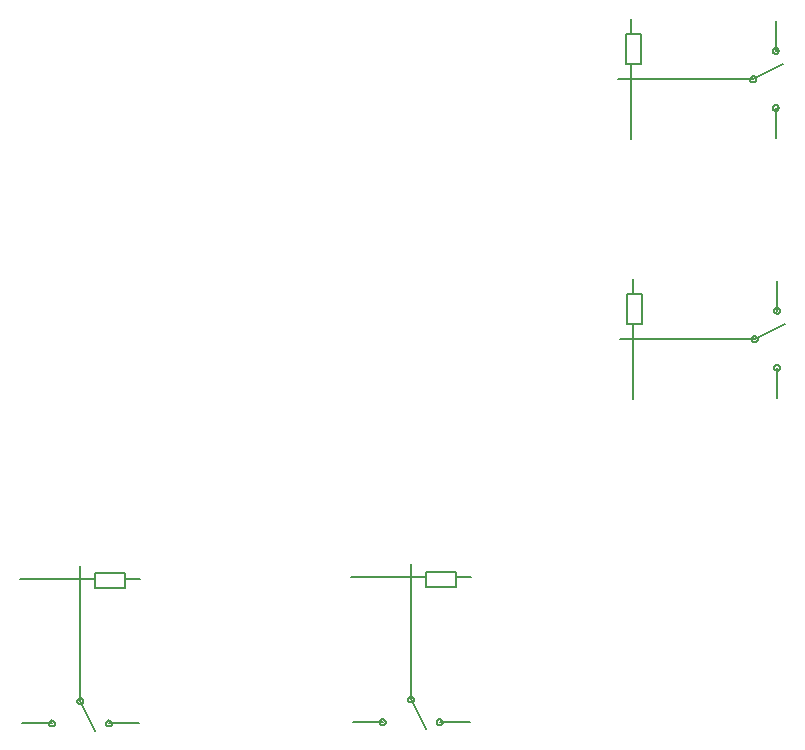
<source format=gbr>
G04 EAGLE Gerber RS-274X export*
G75*
%MOMM*%
%FSLAX34Y34*%
%LPD*%
%INSilkscreen Bottom*%
%IPPOS*%
%AMOC8*
5,1,8,0,0,1.08239X$1,22.5*%
G01*
%ADD10C,0.203200*%


D10*
X916860Y625700D02*
X916862Y625800D01*
X916868Y625901D01*
X916878Y626000D01*
X916892Y626100D01*
X916909Y626199D01*
X916931Y626297D01*
X916957Y626394D01*
X916986Y626490D01*
X917019Y626584D01*
X917056Y626678D01*
X917096Y626770D01*
X917140Y626860D01*
X917188Y626948D01*
X917239Y627035D01*
X917293Y627119D01*
X917351Y627201D01*
X917412Y627281D01*
X917476Y627358D01*
X917543Y627433D01*
X917613Y627505D01*
X917686Y627574D01*
X917761Y627640D01*
X917839Y627704D01*
X917919Y627764D01*
X918002Y627821D01*
X918087Y627874D01*
X918174Y627924D01*
X918263Y627971D01*
X918353Y628014D01*
X918445Y628054D01*
X918539Y628090D01*
X918634Y628122D01*
X918730Y628150D01*
X918828Y628175D01*
X918926Y628195D01*
X919025Y628212D01*
X919125Y628225D01*
X919224Y628234D01*
X919325Y628239D01*
X919425Y628240D01*
X919525Y628237D01*
X919626Y628230D01*
X919725Y628219D01*
X919825Y628204D01*
X919923Y628186D01*
X920021Y628163D01*
X920118Y628136D01*
X920213Y628106D01*
X920308Y628072D01*
X920401Y628034D01*
X920492Y627993D01*
X920582Y627948D01*
X920670Y627900D01*
X920756Y627848D01*
X920840Y627793D01*
X920921Y627734D01*
X921000Y627672D01*
X921077Y627608D01*
X921151Y627540D01*
X921222Y627469D01*
X921291Y627396D01*
X921356Y627320D01*
X921419Y627241D01*
X921478Y627160D01*
X921534Y627077D01*
X921587Y626992D01*
X921636Y626904D01*
X921682Y626815D01*
X921724Y626724D01*
X921763Y626631D01*
X921798Y626537D01*
X921829Y626442D01*
X921857Y626345D01*
X921880Y626248D01*
X921900Y626149D01*
X921916Y626050D01*
X921928Y625951D01*
X921936Y625850D01*
X921940Y625750D01*
X921940Y625650D01*
X921936Y625550D01*
X921928Y625449D01*
X921916Y625350D01*
X921900Y625251D01*
X921880Y625152D01*
X921857Y625055D01*
X921829Y624958D01*
X921798Y624863D01*
X921763Y624769D01*
X921724Y624676D01*
X921682Y624585D01*
X921636Y624496D01*
X921587Y624408D01*
X921534Y624323D01*
X921478Y624240D01*
X921419Y624159D01*
X921356Y624080D01*
X921291Y624004D01*
X921222Y623931D01*
X921151Y623860D01*
X921077Y623792D01*
X921000Y623728D01*
X920921Y623666D01*
X920840Y623607D01*
X920756Y623552D01*
X920670Y623500D01*
X920582Y623452D01*
X920492Y623407D01*
X920401Y623366D01*
X920308Y623328D01*
X920213Y623294D01*
X920118Y623264D01*
X920021Y623237D01*
X919923Y623214D01*
X919825Y623196D01*
X919725Y623181D01*
X919626Y623170D01*
X919525Y623163D01*
X919425Y623160D01*
X919325Y623161D01*
X919224Y623166D01*
X919125Y623175D01*
X919025Y623188D01*
X918926Y623205D01*
X918828Y623225D01*
X918730Y623250D01*
X918634Y623278D01*
X918539Y623310D01*
X918445Y623346D01*
X918353Y623386D01*
X918263Y623429D01*
X918174Y623476D01*
X918087Y623526D01*
X918002Y623579D01*
X917919Y623636D01*
X917839Y623696D01*
X917761Y623760D01*
X917686Y623826D01*
X917613Y623895D01*
X917543Y623967D01*
X917476Y624042D01*
X917412Y624119D01*
X917351Y624199D01*
X917293Y624281D01*
X917239Y624365D01*
X917188Y624452D01*
X917140Y624540D01*
X917096Y624630D01*
X917056Y624722D01*
X917019Y624816D01*
X916986Y624910D01*
X916957Y625006D01*
X916931Y625103D01*
X916909Y625201D01*
X916892Y625300D01*
X916878Y625400D01*
X916868Y625499D01*
X916862Y625600D01*
X916860Y625700D01*
X935910Y601570D02*
X935912Y601670D01*
X935918Y601771D01*
X935928Y601870D01*
X935942Y601970D01*
X935959Y602069D01*
X935981Y602167D01*
X936007Y602264D01*
X936036Y602360D01*
X936069Y602454D01*
X936106Y602548D01*
X936146Y602640D01*
X936190Y602730D01*
X936238Y602818D01*
X936289Y602905D01*
X936343Y602989D01*
X936401Y603071D01*
X936462Y603151D01*
X936526Y603228D01*
X936593Y603303D01*
X936663Y603375D01*
X936736Y603444D01*
X936811Y603510D01*
X936889Y603574D01*
X936969Y603634D01*
X937052Y603691D01*
X937137Y603744D01*
X937224Y603794D01*
X937313Y603841D01*
X937403Y603884D01*
X937495Y603924D01*
X937589Y603960D01*
X937684Y603992D01*
X937780Y604020D01*
X937878Y604045D01*
X937976Y604065D01*
X938075Y604082D01*
X938175Y604095D01*
X938274Y604104D01*
X938375Y604109D01*
X938475Y604110D01*
X938575Y604107D01*
X938676Y604100D01*
X938775Y604089D01*
X938875Y604074D01*
X938973Y604056D01*
X939071Y604033D01*
X939168Y604006D01*
X939263Y603976D01*
X939358Y603942D01*
X939451Y603904D01*
X939542Y603863D01*
X939632Y603818D01*
X939720Y603770D01*
X939806Y603718D01*
X939890Y603663D01*
X939971Y603604D01*
X940050Y603542D01*
X940127Y603478D01*
X940201Y603410D01*
X940272Y603339D01*
X940341Y603266D01*
X940406Y603190D01*
X940469Y603111D01*
X940528Y603030D01*
X940584Y602947D01*
X940637Y602862D01*
X940686Y602774D01*
X940732Y602685D01*
X940774Y602594D01*
X940813Y602501D01*
X940848Y602407D01*
X940879Y602312D01*
X940907Y602215D01*
X940930Y602118D01*
X940950Y602019D01*
X940966Y601920D01*
X940978Y601821D01*
X940986Y601720D01*
X940990Y601620D01*
X940990Y601520D01*
X940986Y601420D01*
X940978Y601319D01*
X940966Y601220D01*
X940950Y601121D01*
X940930Y601022D01*
X940907Y600925D01*
X940879Y600828D01*
X940848Y600733D01*
X940813Y600639D01*
X940774Y600546D01*
X940732Y600455D01*
X940686Y600366D01*
X940637Y600278D01*
X940584Y600193D01*
X940528Y600110D01*
X940469Y600029D01*
X940406Y599950D01*
X940341Y599874D01*
X940272Y599801D01*
X940201Y599730D01*
X940127Y599662D01*
X940050Y599598D01*
X939971Y599536D01*
X939890Y599477D01*
X939806Y599422D01*
X939720Y599370D01*
X939632Y599322D01*
X939542Y599277D01*
X939451Y599236D01*
X939358Y599198D01*
X939263Y599164D01*
X939168Y599134D01*
X939071Y599107D01*
X938973Y599084D01*
X938875Y599066D01*
X938775Y599051D01*
X938676Y599040D01*
X938575Y599033D01*
X938475Y599030D01*
X938375Y599031D01*
X938274Y599036D01*
X938175Y599045D01*
X938075Y599058D01*
X937976Y599075D01*
X937878Y599095D01*
X937780Y599120D01*
X937684Y599148D01*
X937589Y599180D01*
X937495Y599216D01*
X937403Y599256D01*
X937313Y599299D01*
X937224Y599346D01*
X937137Y599396D01*
X937052Y599449D01*
X936969Y599506D01*
X936889Y599566D01*
X936811Y599630D01*
X936736Y599696D01*
X936663Y599765D01*
X936593Y599837D01*
X936526Y599912D01*
X936462Y599989D01*
X936401Y600069D01*
X936343Y600151D01*
X936289Y600235D01*
X936238Y600322D01*
X936190Y600410D01*
X936146Y600500D01*
X936106Y600592D01*
X936069Y600686D01*
X936036Y600780D01*
X936007Y600876D01*
X935981Y600973D01*
X935959Y601071D01*
X935942Y601170D01*
X935928Y601270D01*
X935918Y601369D01*
X935912Y601470D01*
X935910Y601570D01*
X935910Y649830D02*
X935912Y649930D01*
X935918Y650031D01*
X935928Y650130D01*
X935942Y650230D01*
X935959Y650329D01*
X935981Y650427D01*
X936007Y650524D01*
X936036Y650620D01*
X936069Y650714D01*
X936106Y650808D01*
X936146Y650900D01*
X936190Y650990D01*
X936238Y651078D01*
X936289Y651165D01*
X936343Y651249D01*
X936401Y651331D01*
X936462Y651411D01*
X936526Y651488D01*
X936593Y651563D01*
X936663Y651635D01*
X936736Y651704D01*
X936811Y651770D01*
X936889Y651834D01*
X936969Y651894D01*
X937052Y651951D01*
X937137Y652004D01*
X937224Y652054D01*
X937313Y652101D01*
X937403Y652144D01*
X937495Y652184D01*
X937589Y652220D01*
X937684Y652252D01*
X937780Y652280D01*
X937878Y652305D01*
X937976Y652325D01*
X938075Y652342D01*
X938175Y652355D01*
X938274Y652364D01*
X938375Y652369D01*
X938475Y652370D01*
X938575Y652367D01*
X938676Y652360D01*
X938775Y652349D01*
X938875Y652334D01*
X938973Y652316D01*
X939071Y652293D01*
X939168Y652266D01*
X939263Y652236D01*
X939358Y652202D01*
X939451Y652164D01*
X939542Y652123D01*
X939632Y652078D01*
X939720Y652030D01*
X939806Y651978D01*
X939890Y651923D01*
X939971Y651864D01*
X940050Y651802D01*
X940127Y651738D01*
X940201Y651670D01*
X940272Y651599D01*
X940341Y651526D01*
X940406Y651450D01*
X940469Y651371D01*
X940528Y651290D01*
X940584Y651207D01*
X940637Y651122D01*
X940686Y651034D01*
X940732Y650945D01*
X940774Y650854D01*
X940813Y650761D01*
X940848Y650667D01*
X940879Y650572D01*
X940907Y650475D01*
X940930Y650378D01*
X940950Y650279D01*
X940966Y650180D01*
X940978Y650081D01*
X940986Y649980D01*
X940990Y649880D01*
X940990Y649780D01*
X940986Y649680D01*
X940978Y649579D01*
X940966Y649480D01*
X940950Y649381D01*
X940930Y649282D01*
X940907Y649185D01*
X940879Y649088D01*
X940848Y648993D01*
X940813Y648899D01*
X940774Y648806D01*
X940732Y648715D01*
X940686Y648626D01*
X940637Y648538D01*
X940584Y648453D01*
X940528Y648370D01*
X940469Y648289D01*
X940406Y648210D01*
X940341Y648134D01*
X940272Y648061D01*
X940201Y647990D01*
X940127Y647922D01*
X940050Y647858D01*
X939971Y647796D01*
X939890Y647737D01*
X939806Y647682D01*
X939720Y647630D01*
X939632Y647582D01*
X939542Y647537D01*
X939451Y647496D01*
X939358Y647458D01*
X939263Y647424D01*
X939168Y647394D01*
X939071Y647367D01*
X938973Y647344D01*
X938875Y647326D01*
X938775Y647311D01*
X938676Y647300D01*
X938575Y647293D01*
X938475Y647290D01*
X938375Y647291D01*
X938274Y647296D01*
X938175Y647305D01*
X938075Y647318D01*
X937976Y647335D01*
X937878Y647355D01*
X937780Y647380D01*
X937684Y647408D01*
X937589Y647440D01*
X937495Y647476D01*
X937403Y647516D01*
X937313Y647559D01*
X937224Y647606D01*
X937137Y647656D01*
X937052Y647709D01*
X936969Y647766D01*
X936889Y647826D01*
X936811Y647890D01*
X936736Y647956D01*
X936663Y648025D01*
X936593Y648097D01*
X936526Y648172D01*
X936462Y648249D01*
X936401Y648329D01*
X936343Y648411D01*
X936289Y648495D01*
X936238Y648582D01*
X936190Y648670D01*
X936146Y648760D01*
X936106Y648852D01*
X936069Y648946D01*
X936036Y649040D01*
X936007Y649136D01*
X935981Y649233D01*
X935959Y649331D01*
X935942Y649430D01*
X935928Y649530D01*
X935918Y649629D01*
X935912Y649730D01*
X935910Y649830D01*
X919400Y625700D02*
X805100Y625700D01*
X938450Y601570D02*
X938450Y576170D01*
X938450Y649830D02*
X938450Y675230D01*
X944800Y638400D02*
X919400Y625700D01*
X816100Y638400D02*
X816100Y574900D01*
X816100Y663800D02*
X816100Y676500D01*
X824150Y663800D02*
X824150Y638400D01*
X824150Y663800D02*
X811450Y663800D01*
X811450Y638400D01*
X824150Y638400D01*
X918160Y405700D02*
X918162Y405800D01*
X918168Y405901D01*
X918178Y406000D01*
X918192Y406100D01*
X918209Y406199D01*
X918231Y406297D01*
X918257Y406394D01*
X918286Y406490D01*
X918319Y406584D01*
X918356Y406678D01*
X918396Y406770D01*
X918440Y406860D01*
X918488Y406948D01*
X918539Y407035D01*
X918593Y407119D01*
X918651Y407201D01*
X918712Y407281D01*
X918776Y407358D01*
X918843Y407433D01*
X918913Y407505D01*
X918986Y407574D01*
X919061Y407640D01*
X919139Y407704D01*
X919219Y407764D01*
X919302Y407821D01*
X919387Y407874D01*
X919474Y407924D01*
X919563Y407971D01*
X919653Y408014D01*
X919745Y408054D01*
X919839Y408090D01*
X919934Y408122D01*
X920030Y408150D01*
X920128Y408175D01*
X920226Y408195D01*
X920325Y408212D01*
X920425Y408225D01*
X920524Y408234D01*
X920625Y408239D01*
X920725Y408240D01*
X920825Y408237D01*
X920926Y408230D01*
X921025Y408219D01*
X921125Y408204D01*
X921223Y408186D01*
X921321Y408163D01*
X921418Y408136D01*
X921513Y408106D01*
X921608Y408072D01*
X921701Y408034D01*
X921792Y407993D01*
X921882Y407948D01*
X921970Y407900D01*
X922056Y407848D01*
X922140Y407793D01*
X922221Y407734D01*
X922300Y407672D01*
X922377Y407608D01*
X922451Y407540D01*
X922522Y407469D01*
X922591Y407396D01*
X922656Y407320D01*
X922719Y407241D01*
X922778Y407160D01*
X922834Y407077D01*
X922887Y406992D01*
X922936Y406904D01*
X922982Y406815D01*
X923024Y406724D01*
X923063Y406631D01*
X923098Y406537D01*
X923129Y406442D01*
X923157Y406345D01*
X923180Y406248D01*
X923200Y406149D01*
X923216Y406050D01*
X923228Y405951D01*
X923236Y405850D01*
X923240Y405750D01*
X923240Y405650D01*
X923236Y405550D01*
X923228Y405449D01*
X923216Y405350D01*
X923200Y405251D01*
X923180Y405152D01*
X923157Y405055D01*
X923129Y404958D01*
X923098Y404863D01*
X923063Y404769D01*
X923024Y404676D01*
X922982Y404585D01*
X922936Y404496D01*
X922887Y404408D01*
X922834Y404323D01*
X922778Y404240D01*
X922719Y404159D01*
X922656Y404080D01*
X922591Y404004D01*
X922522Y403931D01*
X922451Y403860D01*
X922377Y403792D01*
X922300Y403728D01*
X922221Y403666D01*
X922140Y403607D01*
X922056Y403552D01*
X921970Y403500D01*
X921882Y403452D01*
X921792Y403407D01*
X921701Y403366D01*
X921608Y403328D01*
X921513Y403294D01*
X921418Y403264D01*
X921321Y403237D01*
X921223Y403214D01*
X921125Y403196D01*
X921025Y403181D01*
X920926Y403170D01*
X920825Y403163D01*
X920725Y403160D01*
X920625Y403161D01*
X920524Y403166D01*
X920425Y403175D01*
X920325Y403188D01*
X920226Y403205D01*
X920128Y403225D01*
X920030Y403250D01*
X919934Y403278D01*
X919839Y403310D01*
X919745Y403346D01*
X919653Y403386D01*
X919563Y403429D01*
X919474Y403476D01*
X919387Y403526D01*
X919302Y403579D01*
X919219Y403636D01*
X919139Y403696D01*
X919061Y403760D01*
X918986Y403826D01*
X918913Y403895D01*
X918843Y403967D01*
X918776Y404042D01*
X918712Y404119D01*
X918651Y404199D01*
X918593Y404281D01*
X918539Y404365D01*
X918488Y404452D01*
X918440Y404540D01*
X918396Y404630D01*
X918356Y404722D01*
X918319Y404816D01*
X918286Y404910D01*
X918257Y405006D01*
X918231Y405103D01*
X918209Y405201D01*
X918192Y405300D01*
X918178Y405400D01*
X918168Y405499D01*
X918162Y405600D01*
X918160Y405700D01*
X937210Y381570D02*
X937212Y381670D01*
X937218Y381771D01*
X937228Y381870D01*
X937242Y381970D01*
X937259Y382069D01*
X937281Y382167D01*
X937307Y382264D01*
X937336Y382360D01*
X937369Y382454D01*
X937406Y382548D01*
X937446Y382640D01*
X937490Y382730D01*
X937538Y382818D01*
X937589Y382905D01*
X937643Y382989D01*
X937701Y383071D01*
X937762Y383151D01*
X937826Y383228D01*
X937893Y383303D01*
X937963Y383375D01*
X938036Y383444D01*
X938111Y383510D01*
X938189Y383574D01*
X938269Y383634D01*
X938352Y383691D01*
X938437Y383744D01*
X938524Y383794D01*
X938613Y383841D01*
X938703Y383884D01*
X938795Y383924D01*
X938889Y383960D01*
X938984Y383992D01*
X939080Y384020D01*
X939178Y384045D01*
X939276Y384065D01*
X939375Y384082D01*
X939475Y384095D01*
X939574Y384104D01*
X939675Y384109D01*
X939775Y384110D01*
X939875Y384107D01*
X939976Y384100D01*
X940075Y384089D01*
X940175Y384074D01*
X940273Y384056D01*
X940371Y384033D01*
X940468Y384006D01*
X940563Y383976D01*
X940658Y383942D01*
X940751Y383904D01*
X940842Y383863D01*
X940932Y383818D01*
X941020Y383770D01*
X941106Y383718D01*
X941190Y383663D01*
X941271Y383604D01*
X941350Y383542D01*
X941427Y383478D01*
X941501Y383410D01*
X941572Y383339D01*
X941641Y383266D01*
X941706Y383190D01*
X941769Y383111D01*
X941828Y383030D01*
X941884Y382947D01*
X941937Y382862D01*
X941986Y382774D01*
X942032Y382685D01*
X942074Y382594D01*
X942113Y382501D01*
X942148Y382407D01*
X942179Y382312D01*
X942207Y382215D01*
X942230Y382118D01*
X942250Y382019D01*
X942266Y381920D01*
X942278Y381821D01*
X942286Y381720D01*
X942290Y381620D01*
X942290Y381520D01*
X942286Y381420D01*
X942278Y381319D01*
X942266Y381220D01*
X942250Y381121D01*
X942230Y381022D01*
X942207Y380925D01*
X942179Y380828D01*
X942148Y380733D01*
X942113Y380639D01*
X942074Y380546D01*
X942032Y380455D01*
X941986Y380366D01*
X941937Y380278D01*
X941884Y380193D01*
X941828Y380110D01*
X941769Y380029D01*
X941706Y379950D01*
X941641Y379874D01*
X941572Y379801D01*
X941501Y379730D01*
X941427Y379662D01*
X941350Y379598D01*
X941271Y379536D01*
X941190Y379477D01*
X941106Y379422D01*
X941020Y379370D01*
X940932Y379322D01*
X940842Y379277D01*
X940751Y379236D01*
X940658Y379198D01*
X940563Y379164D01*
X940468Y379134D01*
X940371Y379107D01*
X940273Y379084D01*
X940175Y379066D01*
X940075Y379051D01*
X939976Y379040D01*
X939875Y379033D01*
X939775Y379030D01*
X939675Y379031D01*
X939574Y379036D01*
X939475Y379045D01*
X939375Y379058D01*
X939276Y379075D01*
X939178Y379095D01*
X939080Y379120D01*
X938984Y379148D01*
X938889Y379180D01*
X938795Y379216D01*
X938703Y379256D01*
X938613Y379299D01*
X938524Y379346D01*
X938437Y379396D01*
X938352Y379449D01*
X938269Y379506D01*
X938189Y379566D01*
X938111Y379630D01*
X938036Y379696D01*
X937963Y379765D01*
X937893Y379837D01*
X937826Y379912D01*
X937762Y379989D01*
X937701Y380069D01*
X937643Y380151D01*
X937589Y380235D01*
X937538Y380322D01*
X937490Y380410D01*
X937446Y380500D01*
X937406Y380592D01*
X937369Y380686D01*
X937336Y380780D01*
X937307Y380876D01*
X937281Y380973D01*
X937259Y381071D01*
X937242Y381170D01*
X937228Y381270D01*
X937218Y381369D01*
X937212Y381470D01*
X937210Y381570D01*
X937210Y429830D02*
X937212Y429930D01*
X937218Y430031D01*
X937228Y430130D01*
X937242Y430230D01*
X937259Y430329D01*
X937281Y430427D01*
X937307Y430524D01*
X937336Y430620D01*
X937369Y430714D01*
X937406Y430808D01*
X937446Y430900D01*
X937490Y430990D01*
X937538Y431078D01*
X937589Y431165D01*
X937643Y431249D01*
X937701Y431331D01*
X937762Y431411D01*
X937826Y431488D01*
X937893Y431563D01*
X937963Y431635D01*
X938036Y431704D01*
X938111Y431770D01*
X938189Y431834D01*
X938269Y431894D01*
X938352Y431951D01*
X938437Y432004D01*
X938524Y432054D01*
X938613Y432101D01*
X938703Y432144D01*
X938795Y432184D01*
X938889Y432220D01*
X938984Y432252D01*
X939080Y432280D01*
X939178Y432305D01*
X939276Y432325D01*
X939375Y432342D01*
X939475Y432355D01*
X939574Y432364D01*
X939675Y432369D01*
X939775Y432370D01*
X939875Y432367D01*
X939976Y432360D01*
X940075Y432349D01*
X940175Y432334D01*
X940273Y432316D01*
X940371Y432293D01*
X940468Y432266D01*
X940563Y432236D01*
X940658Y432202D01*
X940751Y432164D01*
X940842Y432123D01*
X940932Y432078D01*
X941020Y432030D01*
X941106Y431978D01*
X941190Y431923D01*
X941271Y431864D01*
X941350Y431802D01*
X941427Y431738D01*
X941501Y431670D01*
X941572Y431599D01*
X941641Y431526D01*
X941706Y431450D01*
X941769Y431371D01*
X941828Y431290D01*
X941884Y431207D01*
X941937Y431122D01*
X941986Y431034D01*
X942032Y430945D01*
X942074Y430854D01*
X942113Y430761D01*
X942148Y430667D01*
X942179Y430572D01*
X942207Y430475D01*
X942230Y430378D01*
X942250Y430279D01*
X942266Y430180D01*
X942278Y430081D01*
X942286Y429980D01*
X942290Y429880D01*
X942290Y429780D01*
X942286Y429680D01*
X942278Y429579D01*
X942266Y429480D01*
X942250Y429381D01*
X942230Y429282D01*
X942207Y429185D01*
X942179Y429088D01*
X942148Y428993D01*
X942113Y428899D01*
X942074Y428806D01*
X942032Y428715D01*
X941986Y428626D01*
X941937Y428538D01*
X941884Y428453D01*
X941828Y428370D01*
X941769Y428289D01*
X941706Y428210D01*
X941641Y428134D01*
X941572Y428061D01*
X941501Y427990D01*
X941427Y427922D01*
X941350Y427858D01*
X941271Y427796D01*
X941190Y427737D01*
X941106Y427682D01*
X941020Y427630D01*
X940932Y427582D01*
X940842Y427537D01*
X940751Y427496D01*
X940658Y427458D01*
X940563Y427424D01*
X940468Y427394D01*
X940371Y427367D01*
X940273Y427344D01*
X940175Y427326D01*
X940075Y427311D01*
X939976Y427300D01*
X939875Y427293D01*
X939775Y427290D01*
X939675Y427291D01*
X939574Y427296D01*
X939475Y427305D01*
X939375Y427318D01*
X939276Y427335D01*
X939178Y427355D01*
X939080Y427380D01*
X938984Y427408D01*
X938889Y427440D01*
X938795Y427476D01*
X938703Y427516D01*
X938613Y427559D01*
X938524Y427606D01*
X938437Y427656D01*
X938352Y427709D01*
X938269Y427766D01*
X938189Y427826D01*
X938111Y427890D01*
X938036Y427956D01*
X937963Y428025D01*
X937893Y428097D01*
X937826Y428172D01*
X937762Y428249D01*
X937701Y428329D01*
X937643Y428411D01*
X937589Y428495D01*
X937538Y428582D01*
X937490Y428670D01*
X937446Y428760D01*
X937406Y428852D01*
X937369Y428946D01*
X937336Y429040D01*
X937307Y429136D01*
X937281Y429233D01*
X937259Y429331D01*
X937242Y429430D01*
X937228Y429530D01*
X937218Y429629D01*
X937212Y429730D01*
X937210Y429830D01*
X920700Y405700D02*
X806400Y405700D01*
X939750Y381570D02*
X939750Y356170D01*
X939750Y429830D02*
X939750Y455230D01*
X946100Y418400D02*
X920700Y405700D01*
X817400Y418400D02*
X817400Y354900D01*
X817400Y443800D02*
X817400Y456500D01*
X825450Y443800D02*
X825450Y418400D01*
X825450Y443800D02*
X812750Y443800D01*
X812750Y418400D01*
X825450Y418400D01*
X627260Y100600D02*
X627262Y100700D01*
X627268Y100801D01*
X627278Y100900D01*
X627292Y101000D01*
X627309Y101099D01*
X627331Y101197D01*
X627357Y101294D01*
X627386Y101390D01*
X627419Y101484D01*
X627456Y101578D01*
X627496Y101670D01*
X627540Y101760D01*
X627588Y101848D01*
X627639Y101935D01*
X627693Y102019D01*
X627751Y102101D01*
X627812Y102181D01*
X627876Y102258D01*
X627943Y102333D01*
X628013Y102405D01*
X628086Y102474D01*
X628161Y102540D01*
X628239Y102604D01*
X628319Y102664D01*
X628402Y102721D01*
X628487Y102774D01*
X628574Y102824D01*
X628663Y102871D01*
X628753Y102914D01*
X628845Y102954D01*
X628939Y102990D01*
X629034Y103022D01*
X629130Y103050D01*
X629228Y103075D01*
X629326Y103095D01*
X629425Y103112D01*
X629525Y103125D01*
X629624Y103134D01*
X629725Y103139D01*
X629825Y103140D01*
X629925Y103137D01*
X630026Y103130D01*
X630125Y103119D01*
X630225Y103104D01*
X630323Y103086D01*
X630421Y103063D01*
X630518Y103036D01*
X630613Y103006D01*
X630708Y102972D01*
X630801Y102934D01*
X630892Y102893D01*
X630982Y102848D01*
X631070Y102800D01*
X631156Y102748D01*
X631240Y102693D01*
X631321Y102634D01*
X631400Y102572D01*
X631477Y102508D01*
X631551Y102440D01*
X631622Y102369D01*
X631691Y102296D01*
X631756Y102220D01*
X631819Y102141D01*
X631878Y102060D01*
X631934Y101977D01*
X631987Y101892D01*
X632036Y101804D01*
X632082Y101715D01*
X632124Y101624D01*
X632163Y101531D01*
X632198Y101437D01*
X632229Y101342D01*
X632257Y101245D01*
X632280Y101148D01*
X632300Y101049D01*
X632316Y100950D01*
X632328Y100851D01*
X632336Y100750D01*
X632340Y100650D01*
X632340Y100550D01*
X632336Y100450D01*
X632328Y100349D01*
X632316Y100250D01*
X632300Y100151D01*
X632280Y100052D01*
X632257Y99955D01*
X632229Y99858D01*
X632198Y99763D01*
X632163Y99669D01*
X632124Y99576D01*
X632082Y99485D01*
X632036Y99396D01*
X631987Y99308D01*
X631934Y99223D01*
X631878Y99140D01*
X631819Y99059D01*
X631756Y98980D01*
X631691Y98904D01*
X631622Y98831D01*
X631551Y98760D01*
X631477Y98692D01*
X631400Y98628D01*
X631321Y98566D01*
X631240Y98507D01*
X631156Y98452D01*
X631070Y98400D01*
X630982Y98352D01*
X630892Y98307D01*
X630801Y98266D01*
X630708Y98228D01*
X630613Y98194D01*
X630518Y98164D01*
X630421Y98137D01*
X630323Y98114D01*
X630225Y98096D01*
X630125Y98081D01*
X630026Y98070D01*
X629925Y98063D01*
X629825Y98060D01*
X629725Y98061D01*
X629624Y98066D01*
X629525Y98075D01*
X629425Y98088D01*
X629326Y98105D01*
X629228Y98125D01*
X629130Y98150D01*
X629034Y98178D01*
X628939Y98210D01*
X628845Y98246D01*
X628753Y98286D01*
X628663Y98329D01*
X628574Y98376D01*
X628487Y98426D01*
X628402Y98479D01*
X628319Y98536D01*
X628239Y98596D01*
X628161Y98660D01*
X628086Y98726D01*
X628013Y98795D01*
X627943Y98867D01*
X627876Y98942D01*
X627812Y99019D01*
X627751Y99099D01*
X627693Y99181D01*
X627639Y99265D01*
X627588Y99352D01*
X627540Y99440D01*
X627496Y99530D01*
X627456Y99622D01*
X627419Y99716D01*
X627386Y99810D01*
X627357Y99906D01*
X627331Y100003D01*
X627309Y100101D01*
X627292Y100200D01*
X627278Y100300D01*
X627268Y100399D01*
X627262Y100500D01*
X627260Y100600D01*
X603130Y81550D02*
X603132Y81650D01*
X603138Y81751D01*
X603148Y81850D01*
X603162Y81950D01*
X603179Y82049D01*
X603201Y82147D01*
X603227Y82244D01*
X603256Y82340D01*
X603289Y82434D01*
X603326Y82528D01*
X603366Y82620D01*
X603410Y82710D01*
X603458Y82798D01*
X603509Y82885D01*
X603563Y82969D01*
X603621Y83051D01*
X603682Y83131D01*
X603746Y83208D01*
X603813Y83283D01*
X603883Y83355D01*
X603956Y83424D01*
X604031Y83490D01*
X604109Y83554D01*
X604189Y83614D01*
X604272Y83671D01*
X604357Y83724D01*
X604444Y83774D01*
X604533Y83821D01*
X604623Y83864D01*
X604715Y83904D01*
X604809Y83940D01*
X604904Y83972D01*
X605000Y84000D01*
X605098Y84025D01*
X605196Y84045D01*
X605295Y84062D01*
X605395Y84075D01*
X605494Y84084D01*
X605595Y84089D01*
X605695Y84090D01*
X605795Y84087D01*
X605896Y84080D01*
X605995Y84069D01*
X606095Y84054D01*
X606193Y84036D01*
X606291Y84013D01*
X606388Y83986D01*
X606483Y83956D01*
X606578Y83922D01*
X606671Y83884D01*
X606762Y83843D01*
X606852Y83798D01*
X606940Y83750D01*
X607026Y83698D01*
X607110Y83643D01*
X607191Y83584D01*
X607270Y83522D01*
X607347Y83458D01*
X607421Y83390D01*
X607492Y83319D01*
X607561Y83246D01*
X607626Y83170D01*
X607689Y83091D01*
X607748Y83010D01*
X607804Y82927D01*
X607857Y82842D01*
X607906Y82754D01*
X607952Y82665D01*
X607994Y82574D01*
X608033Y82481D01*
X608068Y82387D01*
X608099Y82292D01*
X608127Y82195D01*
X608150Y82098D01*
X608170Y81999D01*
X608186Y81900D01*
X608198Y81801D01*
X608206Y81700D01*
X608210Y81600D01*
X608210Y81500D01*
X608206Y81400D01*
X608198Y81299D01*
X608186Y81200D01*
X608170Y81101D01*
X608150Y81002D01*
X608127Y80905D01*
X608099Y80808D01*
X608068Y80713D01*
X608033Y80619D01*
X607994Y80526D01*
X607952Y80435D01*
X607906Y80346D01*
X607857Y80258D01*
X607804Y80173D01*
X607748Y80090D01*
X607689Y80009D01*
X607626Y79930D01*
X607561Y79854D01*
X607492Y79781D01*
X607421Y79710D01*
X607347Y79642D01*
X607270Y79578D01*
X607191Y79516D01*
X607110Y79457D01*
X607026Y79402D01*
X606940Y79350D01*
X606852Y79302D01*
X606762Y79257D01*
X606671Y79216D01*
X606578Y79178D01*
X606483Y79144D01*
X606388Y79114D01*
X606291Y79087D01*
X606193Y79064D01*
X606095Y79046D01*
X605995Y79031D01*
X605896Y79020D01*
X605795Y79013D01*
X605695Y79010D01*
X605595Y79011D01*
X605494Y79016D01*
X605395Y79025D01*
X605295Y79038D01*
X605196Y79055D01*
X605098Y79075D01*
X605000Y79100D01*
X604904Y79128D01*
X604809Y79160D01*
X604715Y79196D01*
X604623Y79236D01*
X604533Y79279D01*
X604444Y79326D01*
X604357Y79376D01*
X604272Y79429D01*
X604189Y79486D01*
X604109Y79546D01*
X604031Y79610D01*
X603956Y79676D01*
X603883Y79745D01*
X603813Y79817D01*
X603746Y79892D01*
X603682Y79969D01*
X603621Y80049D01*
X603563Y80131D01*
X603509Y80215D01*
X603458Y80302D01*
X603410Y80390D01*
X603366Y80480D01*
X603326Y80572D01*
X603289Y80666D01*
X603256Y80760D01*
X603227Y80856D01*
X603201Y80953D01*
X603179Y81051D01*
X603162Y81150D01*
X603148Y81250D01*
X603138Y81349D01*
X603132Y81450D01*
X603130Y81550D01*
X651390Y81550D02*
X651392Y81650D01*
X651398Y81751D01*
X651408Y81850D01*
X651422Y81950D01*
X651439Y82049D01*
X651461Y82147D01*
X651487Y82244D01*
X651516Y82340D01*
X651549Y82434D01*
X651586Y82528D01*
X651626Y82620D01*
X651670Y82710D01*
X651718Y82798D01*
X651769Y82885D01*
X651823Y82969D01*
X651881Y83051D01*
X651942Y83131D01*
X652006Y83208D01*
X652073Y83283D01*
X652143Y83355D01*
X652216Y83424D01*
X652291Y83490D01*
X652369Y83554D01*
X652449Y83614D01*
X652532Y83671D01*
X652617Y83724D01*
X652704Y83774D01*
X652793Y83821D01*
X652883Y83864D01*
X652975Y83904D01*
X653069Y83940D01*
X653164Y83972D01*
X653260Y84000D01*
X653358Y84025D01*
X653456Y84045D01*
X653555Y84062D01*
X653655Y84075D01*
X653754Y84084D01*
X653855Y84089D01*
X653955Y84090D01*
X654055Y84087D01*
X654156Y84080D01*
X654255Y84069D01*
X654355Y84054D01*
X654453Y84036D01*
X654551Y84013D01*
X654648Y83986D01*
X654743Y83956D01*
X654838Y83922D01*
X654931Y83884D01*
X655022Y83843D01*
X655112Y83798D01*
X655200Y83750D01*
X655286Y83698D01*
X655370Y83643D01*
X655451Y83584D01*
X655530Y83522D01*
X655607Y83458D01*
X655681Y83390D01*
X655752Y83319D01*
X655821Y83246D01*
X655886Y83170D01*
X655949Y83091D01*
X656008Y83010D01*
X656064Y82927D01*
X656117Y82842D01*
X656166Y82754D01*
X656212Y82665D01*
X656254Y82574D01*
X656293Y82481D01*
X656328Y82387D01*
X656359Y82292D01*
X656387Y82195D01*
X656410Y82098D01*
X656430Y81999D01*
X656446Y81900D01*
X656458Y81801D01*
X656466Y81700D01*
X656470Y81600D01*
X656470Y81500D01*
X656466Y81400D01*
X656458Y81299D01*
X656446Y81200D01*
X656430Y81101D01*
X656410Y81002D01*
X656387Y80905D01*
X656359Y80808D01*
X656328Y80713D01*
X656293Y80619D01*
X656254Y80526D01*
X656212Y80435D01*
X656166Y80346D01*
X656117Y80258D01*
X656064Y80173D01*
X656008Y80090D01*
X655949Y80009D01*
X655886Y79930D01*
X655821Y79854D01*
X655752Y79781D01*
X655681Y79710D01*
X655607Y79642D01*
X655530Y79578D01*
X655451Y79516D01*
X655370Y79457D01*
X655286Y79402D01*
X655200Y79350D01*
X655112Y79302D01*
X655022Y79257D01*
X654931Y79216D01*
X654838Y79178D01*
X654743Y79144D01*
X654648Y79114D01*
X654551Y79087D01*
X654453Y79064D01*
X654355Y79046D01*
X654255Y79031D01*
X654156Y79020D01*
X654055Y79013D01*
X653955Y79010D01*
X653855Y79011D01*
X653754Y79016D01*
X653655Y79025D01*
X653555Y79038D01*
X653456Y79055D01*
X653358Y79075D01*
X653260Y79100D01*
X653164Y79128D01*
X653069Y79160D01*
X652975Y79196D01*
X652883Y79236D01*
X652793Y79279D01*
X652704Y79326D01*
X652617Y79376D01*
X652532Y79429D01*
X652449Y79486D01*
X652369Y79546D01*
X652291Y79610D01*
X652216Y79676D01*
X652143Y79745D01*
X652073Y79817D01*
X652006Y79892D01*
X651942Y79969D01*
X651881Y80049D01*
X651823Y80131D01*
X651769Y80215D01*
X651718Y80302D01*
X651670Y80390D01*
X651626Y80480D01*
X651586Y80572D01*
X651549Y80666D01*
X651516Y80760D01*
X651487Y80856D01*
X651461Y80953D01*
X651439Y81051D01*
X651422Y81150D01*
X651408Y81250D01*
X651398Y81349D01*
X651392Y81450D01*
X651390Y81550D01*
X629800Y100600D02*
X629800Y214900D01*
X605670Y81550D02*
X580270Y81550D01*
X653930Y81550D02*
X679330Y81550D01*
X642500Y75200D02*
X629800Y100600D01*
X642500Y203900D02*
X579000Y203900D01*
X667900Y203900D02*
X680600Y203900D01*
X667900Y195850D02*
X642500Y195850D01*
X667900Y195850D02*
X667900Y208550D01*
X642500Y208550D01*
X642500Y195850D01*
X347260Y99300D02*
X347262Y99400D01*
X347268Y99501D01*
X347278Y99600D01*
X347292Y99700D01*
X347309Y99799D01*
X347331Y99897D01*
X347357Y99994D01*
X347386Y100090D01*
X347419Y100184D01*
X347456Y100278D01*
X347496Y100370D01*
X347540Y100460D01*
X347588Y100548D01*
X347639Y100635D01*
X347693Y100719D01*
X347751Y100801D01*
X347812Y100881D01*
X347876Y100958D01*
X347943Y101033D01*
X348013Y101105D01*
X348086Y101174D01*
X348161Y101240D01*
X348239Y101304D01*
X348319Y101364D01*
X348402Y101421D01*
X348487Y101474D01*
X348574Y101524D01*
X348663Y101571D01*
X348753Y101614D01*
X348845Y101654D01*
X348939Y101690D01*
X349034Y101722D01*
X349130Y101750D01*
X349228Y101775D01*
X349326Y101795D01*
X349425Y101812D01*
X349525Y101825D01*
X349624Y101834D01*
X349725Y101839D01*
X349825Y101840D01*
X349925Y101837D01*
X350026Y101830D01*
X350125Y101819D01*
X350225Y101804D01*
X350323Y101786D01*
X350421Y101763D01*
X350518Y101736D01*
X350613Y101706D01*
X350708Y101672D01*
X350801Y101634D01*
X350892Y101593D01*
X350982Y101548D01*
X351070Y101500D01*
X351156Y101448D01*
X351240Y101393D01*
X351321Y101334D01*
X351400Y101272D01*
X351477Y101208D01*
X351551Y101140D01*
X351622Y101069D01*
X351691Y100996D01*
X351756Y100920D01*
X351819Y100841D01*
X351878Y100760D01*
X351934Y100677D01*
X351987Y100592D01*
X352036Y100504D01*
X352082Y100415D01*
X352124Y100324D01*
X352163Y100231D01*
X352198Y100137D01*
X352229Y100042D01*
X352257Y99945D01*
X352280Y99848D01*
X352300Y99749D01*
X352316Y99650D01*
X352328Y99551D01*
X352336Y99450D01*
X352340Y99350D01*
X352340Y99250D01*
X352336Y99150D01*
X352328Y99049D01*
X352316Y98950D01*
X352300Y98851D01*
X352280Y98752D01*
X352257Y98655D01*
X352229Y98558D01*
X352198Y98463D01*
X352163Y98369D01*
X352124Y98276D01*
X352082Y98185D01*
X352036Y98096D01*
X351987Y98008D01*
X351934Y97923D01*
X351878Y97840D01*
X351819Y97759D01*
X351756Y97680D01*
X351691Y97604D01*
X351622Y97531D01*
X351551Y97460D01*
X351477Y97392D01*
X351400Y97328D01*
X351321Y97266D01*
X351240Y97207D01*
X351156Y97152D01*
X351070Y97100D01*
X350982Y97052D01*
X350892Y97007D01*
X350801Y96966D01*
X350708Y96928D01*
X350613Y96894D01*
X350518Y96864D01*
X350421Y96837D01*
X350323Y96814D01*
X350225Y96796D01*
X350125Y96781D01*
X350026Y96770D01*
X349925Y96763D01*
X349825Y96760D01*
X349725Y96761D01*
X349624Y96766D01*
X349525Y96775D01*
X349425Y96788D01*
X349326Y96805D01*
X349228Y96825D01*
X349130Y96850D01*
X349034Y96878D01*
X348939Y96910D01*
X348845Y96946D01*
X348753Y96986D01*
X348663Y97029D01*
X348574Y97076D01*
X348487Y97126D01*
X348402Y97179D01*
X348319Y97236D01*
X348239Y97296D01*
X348161Y97360D01*
X348086Y97426D01*
X348013Y97495D01*
X347943Y97567D01*
X347876Y97642D01*
X347812Y97719D01*
X347751Y97799D01*
X347693Y97881D01*
X347639Y97965D01*
X347588Y98052D01*
X347540Y98140D01*
X347496Y98230D01*
X347456Y98322D01*
X347419Y98416D01*
X347386Y98510D01*
X347357Y98606D01*
X347331Y98703D01*
X347309Y98801D01*
X347292Y98900D01*
X347278Y99000D01*
X347268Y99099D01*
X347262Y99200D01*
X347260Y99300D01*
X323130Y80250D02*
X323132Y80350D01*
X323138Y80451D01*
X323148Y80550D01*
X323162Y80650D01*
X323179Y80749D01*
X323201Y80847D01*
X323227Y80944D01*
X323256Y81040D01*
X323289Y81134D01*
X323326Y81228D01*
X323366Y81320D01*
X323410Y81410D01*
X323458Y81498D01*
X323509Y81585D01*
X323563Y81669D01*
X323621Y81751D01*
X323682Y81831D01*
X323746Y81908D01*
X323813Y81983D01*
X323883Y82055D01*
X323956Y82124D01*
X324031Y82190D01*
X324109Y82254D01*
X324189Y82314D01*
X324272Y82371D01*
X324357Y82424D01*
X324444Y82474D01*
X324533Y82521D01*
X324623Y82564D01*
X324715Y82604D01*
X324809Y82640D01*
X324904Y82672D01*
X325000Y82700D01*
X325098Y82725D01*
X325196Y82745D01*
X325295Y82762D01*
X325395Y82775D01*
X325494Y82784D01*
X325595Y82789D01*
X325695Y82790D01*
X325795Y82787D01*
X325896Y82780D01*
X325995Y82769D01*
X326095Y82754D01*
X326193Y82736D01*
X326291Y82713D01*
X326388Y82686D01*
X326483Y82656D01*
X326578Y82622D01*
X326671Y82584D01*
X326762Y82543D01*
X326852Y82498D01*
X326940Y82450D01*
X327026Y82398D01*
X327110Y82343D01*
X327191Y82284D01*
X327270Y82222D01*
X327347Y82158D01*
X327421Y82090D01*
X327492Y82019D01*
X327561Y81946D01*
X327626Y81870D01*
X327689Y81791D01*
X327748Y81710D01*
X327804Y81627D01*
X327857Y81542D01*
X327906Y81454D01*
X327952Y81365D01*
X327994Y81274D01*
X328033Y81181D01*
X328068Y81087D01*
X328099Y80992D01*
X328127Y80895D01*
X328150Y80798D01*
X328170Y80699D01*
X328186Y80600D01*
X328198Y80501D01*
X328206Y80400D01*
X328210Y80300D01*
X328210Y80200D01*
X328206Y80100D01*
X328198Y79999D01*
X328186Y79900D01*
X328170Y79801D01*
X328150Y79702D01*
X328127Y79605D01*
X328099Y79508D01*
X328068Y79413D01*
X328033Y79319D01*
X327994Y79226D01*
X327952Y79135D01*
X327906Y79046D01*
X327857Y78958D01*
X327804Y78873D01*
X327748Y78790D01*
X327689Y78709D01*
X327626Y78630D01*
X327561Y78554D01*
X327492Y78481D01*
X327421Y78410D01*
X327347Y78342D01*
X327270Y78278D01*
X327191Y78216D01*
X327110Y78157D01*
X327026Y78102D01*
X326940Y78050D01*
X326852Y78002D01*
X326762Y77957D01*
X326671Y77916D01*
X326578Y77878D01*
X326483Y77844D01*
X326388Y77814D01*
X326291Y77787D01*
X326193Y77764D01*
X326095Y77746D01*
X325995Y77731D01*
X325896Y77720D01*
X325795Y77713D01*
X325695Y77710D01*
X325595Y77711D01*
X325494Y77716D01*
X325395Y77725D01*
X325295Y77738D01*
X325196Y77755D01*
X325098Y77775D01*
X325000Y77800D01*
X324904Y77828D01*
X324809Y77860D01*
X324715Y77896D01*
X324623Y77936D01*
X324533Y77979D01*
X324444Y78026D01*
X324357Y78076D01*
X324272Y78129D01*
X324189Y78186D01*
X324109Y78246D01*
X324031Y78310D01*
X323956Y78376D01*
X323883Y78445D01*
X323813Y78517D01*
X323746Y78592D01*
X323682Y78669D01*
X323621Y78749D01*
X323563Y78831D01*
X323509Y78915D01*
X323458Y79002D01*
X323410Y79090D01*
X323366Y79180D01*
X323326Y79272D01*
X323289Y79366D01*
X323256Y79460D01*
X323227Y79556D01*
X323201Y79653D01*
X323179Y79751D01*
X323162Y79850D01*
X323148Y79950D01*
X323138Y80049D01*
X323132Y80150D01*
X323130Y80250D01*
X371390Y80250D02*
X371392Y80350D01*
X371398Y80451D01*
X371408Y80550D01*
X371422Y80650D01*
X371439Y80749D01*
X371461Y80847D01*
X371487Y80944D01*
X371516Y81040D01*
X371549Y81134D01*
X371586Y81228D01*
X371626Y81320D01*
X371670Y81410D01*
X371718Y81498D01*
X371769Y81585D01*
X371823Y81669D01*
X371881Y81751D01*
X371942Y81831D01*
X372006Y81908D01*
X372073Y81983D01*
X372143Y82055D01*
X372216Y82124D01*
X372291Y82190D01*
X372369Y82254D01*
X372449Y82314D01*
X372532Y82371D01*
X372617Y82424D01*
X372704Y82474D01*
X372793Y82521D01*
X372883Y82564D01*
X372975Y82604D01*
X373069Y82640D01*
X373164Y82672D01*
X373260Y82700D01*
X373358Y82725D01*
X373456Y82745D01*
X373555Y82762D01*
X373655Y82775D01*
X373754Y82784D01*
X373855Y82789D01*
X373955Y82790D01*
X374055Y82787D01*
X374156Y82780D01*
X374255Y82769D01*
X374355Y82754D01*
X374453Y82736D01*
X374551Y82713D01*
X374648Y82686D01*
X374743Y82656D01*
X374838Y82622D01*
X374931Y82584D01*
X375022Y82543D01*
X375112Y82498D01*
X375200Y82450D01*
X375286Y82398D01*
X375370Y82343D01*
X375451Y82284D01*
X375530Y82222D01*
X375607Y82158D01*
X375681Y82090D01*
X375752Y82019D01*
X375821Y81946D01*
X375886Y81870D01*
X375949Y81791D01*
X376008Y81710D01*
X376064Y81627D01*
X376117Y81542D01*
X376166Y81454D01*
X376212Y81365D01*
X376254Y81274D01*
X376293Y81181D01*
X376328Y81087D01*
X376359Y80992D01*
X376387Y80895D01*
X376410Y80798D01*
X376430Y80699D01*
X376446Y80600D01*
X376458Y80501D01*
X376466Y80400D01*
X376470Y80300D01*
X376470Y80200D01*
X376466Y80100D01*
X376458Y79999D01*
X376446Y79900D01*
X376430Y79801D01*
X376410Y79702D01*
X376387Y79605D01*
X376359Y79508D01*
X376328Y79413D01*
X376293Y79319D01*
X376254Y79226D01*
X376212Y79135D01*
X376166Y79046D01*
X376117Y78958D01*
X376064Y78873D01*
X376008Y78790D01*
X375949Y78709D01*
X375886Y78630D01*
X375821Y78554D01*
X375752Y78481D01*
X375681Y78410D01*
X375607Y78342D01*
X375530Y78278D01*
X375451Y78216D01*
X375370Y78157D01*
X375286Y78102D01*
X375200Y78050D01*
X375112Y78002D01*
X375022Y77957D01*
X374931Y77916D01*
X374838Y77878D01*
X374743Y77844D01*
X374648Y77814D01*
X374551Y77787D01*
X374453Y77764D01*
X374355Y77746D01*
X374255Y77731D01*
X374156Y77720D01*
X374055Y77713D01*
X373955Y77710D01*
X373855Y77711D01*
X373754Y77716D01*
X373655Y77725D01*
X373555Y77738D01*
X373456Y77755D01*
X373358Y77775D01*
X373260Y77800D01*
X373164Y77828D01*
X373069Y77860D01*
X372975Y77896D01*
X372883Y77936D01*
X372793Y77979D01*
X372704Y78026D01*
X372617Y78076D01*
X372532Y78129D01*
X372449Y78186D01*
X372369Y78246D01*
X372291Y78310D01*
X372216Y78376D01*
X372143Y78445D01*
X372073Y78517D01*
X372006Y78592D01*
X371942Y78669D01*
X371881Y78749D01*
X371823Y78831D01*
X371769Y78915D01*
X371718Y79002D01*
X371670Y79090D01*
X371626Y79180D01*
X371586Y79272D01*
X371549Y79366D01*
X371516Y79460D01*
X371487Y79556D01*
X371461Y79653D01*
X371439Y79751D01*
X371422Y79850D01*
X371408Y79950D01*
X371398Y80049D01*
X371392Y80150D01*
X371390Y80250D01*
X349800Y99300D02*
X349800Y213600D01*
X325670Y80250D02*
X300270Y80250D01*
X373930Y80250D02*
X399330Y80250D01*
X362500Y73900D02*
X349800Y99300D01*
X362500Y202600D02*
X299000Y202600D01*
X387900Y202600D02*
X400600Y202600D01*
X387900Y194550D02*
X362500Y194550D01*
X387900Y194550D02*
X387900Y207250D01*
X362500Y207250D01*
X362500Y194550D01*
M02*

</source>
